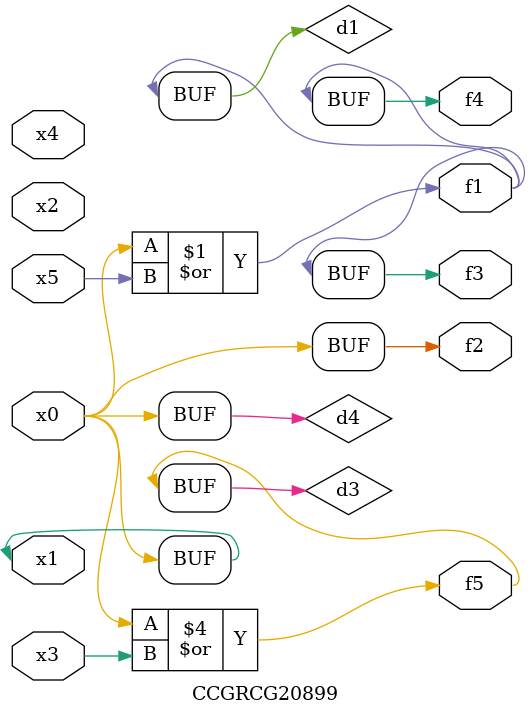
<source format=v>
module CCGRCG20899(
	input x0, x1, x2, x3, x4, x5,
	output f1, f2, f3, f4, f5
);

	wire d1, d2, d3, d4;

	or (d1, x0, x5);
	xnor (d2, x1, x4);
	or (d3, x0, x3);
	buf (d4, x0, x1);
	assign f1 = d1;
	assign f2 = d4;
	assign f3 = d1;
	assign f4 = d1;
	assign f5 = d3;
endmodule

</source>
